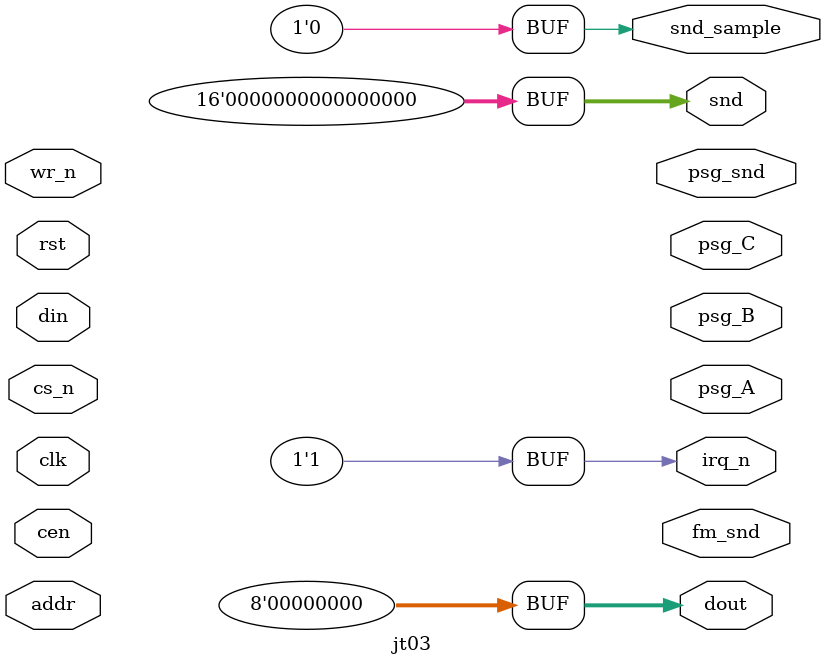
<source format=v>
module jt03 (
    input           rst,        // rst should be at least 6 clk&cen cycles long
    input           clk,        // CPU clock
    input           cen,        // optional clock enable, it not needed leave as 1'b1
    input   [7:0]   din,
    input           addr,
    input           cs_n,
    input           wr_n,
    
    output  [7:0]   dout,
    output          irq_n,
    // Separated output
    output          [ 7:0] psg_A,
    output          [ 7:0] psg_B,
    output          [ 7:0] psg_C,
    output  signed  [15:0] fm_snd,    
    // combined output
    output          [ 9:0] psg_snd,        
    output  signed  [15:0]  snd,
    output          snd_sample
);

assign dout=8'd0, irq_n = 1'b1;
assign snd=16'd0;
assign snd_sample=1'b0;

reg last_wr_n;
reg [7:0] selection;


always @(posedge clk) if(cen) begin
    last_wr_n <= wr_n;
    if( !wr_n && last_wr_n && !cs_n ) begin
        if( !addr ) selection <= din;
        `ifdef DUMMY_PRINTALL
            if(  addr ) $display("%X, %X", selection, din );
        `else    
            if(  addr && selection>=8'h20) $display("%X, %X", selection, din );
        `endif
    end
end

endmodule // jt12
</source>
